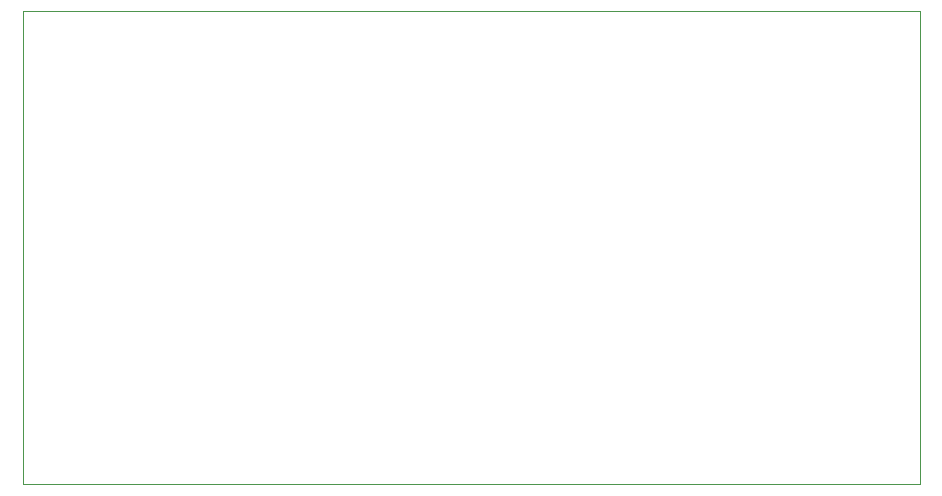
<source format=gbr>
%TF.GenerationSoftware,KiCad,Pcbnew,8.0.0*%
%TF.CreationDate,2024-03-27T12:23:42-02:30*%
%TF.ProjectId,wireless-power,77697265-6c65-4737-932d-706f7765722e,rev?*%
%TF.SameCoordinates,Original*%
%TF.FileFunction,Profile,NP*%
%FSLAX46Y46*%
G04 Gerber Fmt 4.6, Leading zero omitted, Abs format (unit mm)*
G04 Created by KiCad (PCBNEW 8.0.0) date 2024-03-27 12:23:42*
%MOMM*%
%LPD*%
G01*
G04 APERTURE LIST*
%TA.AperFunction,Profile*%
%ADD10C,0.050000*%
%TD*%
G04 APERTURE END LIST*
D10*
X111252000Y-56896000D02*
X187188000Y-56896000D01*
X187188000Y-96896000D01*
X111252000Y-96896000D01*
X111252000Y-56896000D01*
M02*

</source>
